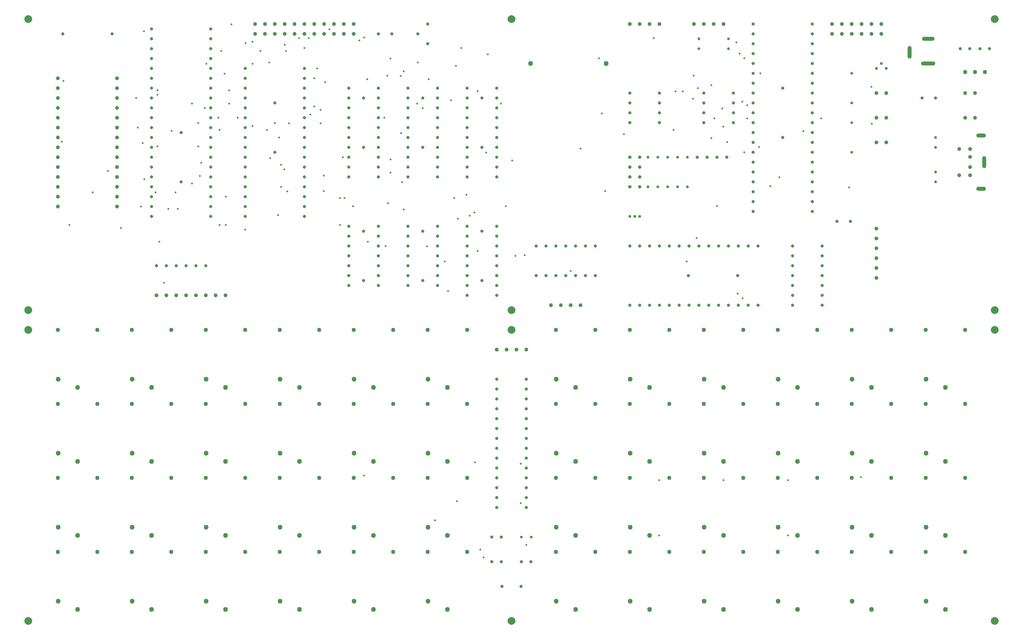
<source format=gbr>
%TF.GenerationSoftware,Novarm,DipTrace,4.3.0.4*%
%TF.CreationDate,2023-07-28T17:07:59+01:00*%
%FSLAX26Y26*%
%MOIN*%
%TF.FileFunction,Plated,1,2,PTH,Drill*%
%TF.Part,Single*%
%TA.AperFunction,ComponentDrill*%
%ADD15C,0.03937*%
%ADD30C,0.051181*%
%TA.AperFunction,ViaDrill*%
%ADD53C,0.019121*%
%TA.AperFunction,ComponentDrill*%
%ADD57C,0.027559*%
%ADD58C,0.05*%
%ADD59C,0.031496*%
%ADD60C,0.035433*%
%ADD61C,0.07874*%
%ADD62C,0.029528*%
%ADD63C,0.043307*%
%ADD64C,0.019685*%
G75*
G01*
D57*
X6977953Y4893701D3*
Y5193701D3*
D58*
X3243701Y1361024D3*
X3046850Y1443701D3*
D59*
X8243701Y4293701D3*
Y4193701D3*
Y4093701D3*
Y3993701D3*
Y3893701D3*
Y3793701D3*
Y3693701D3*
X8543701D3*
Y3793701D3*
Y3893701D3*
Y3993701D3*
Y4093701D3*
Y4193701D3*
Y4293701D3*
X3293701Y4593701D3*
Y4693701D3*
Y4793701D3*
Y4893701D3*
Y4993701D3*
Y5093701D3*
Y5193701D3*
Y5293701D3*
Y5393701D3*
Y5493701D3*
Y5593701D3*
Y5693701D3*
Y5793701D3*
Y5893701D3*
Y5993701D3*
Y6093701D3*
X2693701D3*
Y5993701D3*
Y5893701D3*
Y5793701D3*
Y5693701D3*
Y5593701D3*
Y5493701D3*
Y5393701D3*
Y5293701D3*
Y5193701D3*
Y5093701D3*
Y4993701D3*
Y4893701D3*
Y4793701D3*
Y4693701D3*
Y4593701D3*
D57*
X6877953Y5193701D3*
Y4893701D3*
D58*
X8293701Y611024D3*
X8096850Y693701D3*
D60*
X6693701Y4893701D3*
Y4993701D3*
Y5093701D3*
Y5193701D3*
X6593701D3*
Y5093701D3*
Y4993701D3*
Y4893701D3*
D59*
X4344094Y5893504D3*
Y5793504D3*
Y5693504D3*
Y5593504D3*
Y5493504D3*
Y5393504D3*
Y5293504D3*
Y5193504D3*
Y5093504D3*
Y4993504D3*
X4644094D3*
Y5093504D3*
Y5193504D3*
Y5293504D3*
Y5393504D3*
Y5493504D3*
Y5593504D3*
Y5693504D3*
Y5793504D3*
Y5893504D3*
X7843504Y6543504D3*
Y6443504D3*
Y6343504D3*
Y6243504D3*
Y6143504D3*
Y6043504D3*
Y5943504D3*
Y5843504D3*
Y5743504D3*
Y5643504D3*
Y5543504D3*
Y5443504D3*
Y5343504D3*
Y5243504D3*
Y5143504D3*
Y5043504D3*
Y4943504D3*
Y4843504D3*
Y4743504D3*
Y4643504D3*
X8443504D3*
Y4743504D3*
Y4843504D3*
Y4943504D3*
Y5043504D3*
Y5143504D3*
Y5243504D3*
Y5343504D3*
Y5443504D3*
Y5543504D3*
Y5643504D3*
Y5743504D3*
Y5843504D3*
Y5943504D3*
Y6043504D3*
Y6143504D3*
Y6243504D3*
Y6343504D3*
Y6443504D3*
Y6543504D3*
D58*
X3243701Y2111024D3*
X3046850Y2193701D3*
D59*
X5297244Y843307D3*
X5489370D3*
X9693701Y5793701D3*
X9555906D3*
D58*
X3993701Y2111024D3*
X3796850Y2193701D3*
X7543701Y2861024D3*
X7346850Y2943701D3*
X9043701Y1361024D3*
X8846850Y1443701D3*
D59*
X4043701Y6443701D3*
X4181496D3*
D58*
X7543701Y1361024D3*
X7346850Y1443701D3*
D61*
X493701Y3443701D3*
D58*
X4743701Y1361024D3*
X4546850Y1443701D3*
X3243701Y2861024D3*
X3046850Y2943701D3*
X7543701Y2111024D3*
X7346850Y2193701D3*
D61*
X5393701Y3643701D3*
D58*
X9793701Y2111024D3*
X9596850Y2193701D3*
D62*
X9093701Y6093701D3*
X9143701Y6143701D3*
X9193701Y6093701D3*
D59*
X7277953Y5193701D3*
X7376378D3*
D58*
X6043701Y1361024D3*
X5846850Y1443701D3*
D61*
X493701Y3643701D3*
D58*
X3993701Y1361024D3*
X3796850Y1443701D3*
D59*
X5193701Y1343307D3*
X5292126D3*
D58*
X3993701Y611024D3*
X3796850Y693701D3*
D15*
X7244094Y6543701D3*
X7344094D3*
X7444094D3*
X7544094D3*
D58*
X1743701Y2861024D3*
X1546850Y2943701D3*
D15*
X2793701Y6443701D3*
Y6543701D3*
X2893701Y6443701D3*
Y6543701D3*
X2993701Y6443701D3*
Y6543701D3*
X3093701Y6443701D3*
Y6543701D3*
X3193701Y6443701D3*
Y6543701D3*
X3293701Y6443701D3*
Y6543701D3*
X3393701Y6443701D3*
Y6543701D3*
X3493701Y6443701D3*
Y6543701D3*
X3593701Y6443701D3*
Y6543701D3*
X3693701Y6443701D3*
Y6543701D3*
X3793701Y6443701D3*
Y6543701D3*
X5243701Y3243307D3*
X5343701D3*
X5443701D3*
X5543701D3*
D58*
X8293701Y1361024D3*
X8096850Y1443701D3*
D59*
X6594094Y5843307D3*
Y5743307D3*
Y5643307D3*
Y5543307D3*
X6894094D3*
Y5643307D3*
Y5743307D3*
Y5843307D3*
D58*
X9043701Y2861024D3*
X8846850Y2943701D3*
D59*
X3893701Y4443701D3*
Y3943701D3*
D58*
X1743701Y611024D3*
X1546850Y693701D3*
D59*
X1743504Y6493701D3*
Y6393701D3*
Y6293701D3*
Y6193701D3*
Y6093701D3*
Y5993701D3*
Y5893701D3*
Y5793701D3*
Y5693701D3*
Y5593701D3*
Y5493701D3*
Y5393701D3*
Y5293701D3*
Y5193701D3*
Y5093701D3*
Y4993701D3*
Y4893701D3*
Y4793701D3*
Y4693701D3*
Y4593701D3*
X2343504D3*
Y4693701D3*
Y4793701D3*
Y4893701D3*
Y4993701D3*
Y5093701D3*
Y5193701D3*
Y5293701D3*
Y5393701D3*
Y5493701D3*
Y5593701D3*
Y5693701D3*
Y5793701D3*
Y5893701D3*
Y5993701D3*
Y6093701D3*
Y6193701D3*
Y6293701D3*
Y6393701D3*
Y6493701D3*
D58*
X6043701Y2861024D3*
X5846850Y2943701D3*
X6793701Y2861024D3*
X6596850Y2943701D3*
D59*
X8693701Y4543701D3*
X8831496D3*
D57*
X7593701Y6393701D3*
X7293701D3*
D59*
X7188976Y3993701D3*
X7688976D3*
X5243701Y2943307D3*
Y2843307D3*
Y2743307D3*
Y2643307D3*
Y2543307D3*
Y2443307D3*
Y2343307D3*
Y2243307D3*
Y2143307D3*
Y2043307D3*
Y1943307D3*
Y1843307D3*
Y1743307D3*
Y1643307D3*
X5543701D3*
Y1743307D3*
Y1843307D3*
Y1943307D3*
Y2043307D3*
Y2143307D3*
Y2243307D3*
Y2343307D3*
Y2443307D3*
Y2543307D3*
Y2643307D3*
Y2743307D3*
Y2843307D3*
Y2943307D3*
D57*
X7077953Y5193701D3*
Y4893701D3*
D59*
X7477953Y5193701D3*
X7576378D3*
D61*
X5393701Y3443701D3*
D58*
X4743701Y2861024D3*
X4546850Y2943701D3*
X9043701Y2111024D3*
X8846850Y2193701D3*
D59*
X3743701Y4493701D3*
Y4393701D3*
Y4293701D3*
Y4193701D3*
Y4093701D3*
Y3993701D3*
Y3893701D3*
X4043701D3*
Y3993701D3*
Y4093701D3*
Y4193701D3*
Y4293701D3*
Y4393701D3*
Y4493701D3*
D61*
X10293701Y6593701D3*
D57*
X8843701Y6043701D3*
Y5743701D3*
X9693701Y5393701D3*
Y5293701D3*
D15*
X1393701Y4694094D3*
Y4794094D3*
Y4894094D3*
Y4994094D3*
Y5094094D3*
Y5194094D3*
Y5294094D3*
Y5394094D3*
Y5494094D3*
Y5594094D3*
Y5694094D3*
Y5794094D3*
Y5894094D3*
Y5994094D3*
X793701D3*
Y5894094D3*
Y5794094D3*
Y5694094D3*
Y5594094D3*
Y5494094D3*
Y5394094D3*
Y5294094D3*
Y5194094D3*
Y5094094D3*
Y4994094D3*
Y4894094D3*
Y4794094D3*
Y4694094D3*
D58*
X1743701Y2111024D3*
X1546850Y2193701D3*
X1743701Y1361024D3*
X1546850Y1443701D3*
D59*
X5643701Y3993701D3*
X5743701D3*
X5843701D3*
X5943701D3*
X6043701D3*
X6143701D3*
X6243701D3*
Y4293701D3*
X6143701D3*
X6043701D3*
X5943701D3*
X5843701D3*
X5743701D3*
X5643701D3*
D58*
X9043701Y611024D3*
X8846850Y693701D3*
D15*
X9093701Y5343701D3*
X9193701D3*
D59*
X3743701Y5893701D3*
Y5793701D3*
Y5693701D3*
Y5593701D3*
Y5493701D3*
Y5393701D3*
Y5293701D3*
Y5193701D3*
Y5093701D3*
Y4993701D3*
X4043701D3*
Y5093701D3*
Y5193701D3*
Y5293701D3*
Y5393701D3*
Y5493701D3*
Y5593701D3*
Y5693701D3*
Y5793701D3*
Y5893701D3*
D58*
X2493701Y2861024D3*
X2296850Y2943701D3*
D61*
X493701Y493701D3*
D15*
X10043701Y5195276D3*
Y5092913D3*
Y5277953D3*
Y5010236D3*
X9933465Y5277953D3*
Y5010236D3*
X10185433Y4874409D2*
X10126378D1*
X10187402Y5183465D2*
Y5104724D1*
X10185433Y5413780D2*
X10126378D1*
D58*
X3243701Y611024D3*
X3046850Y693701D3*
D57*
X8843701Y5543701D3*
Y5243701D3*
X6777953Y5193701D3*
Y4893701D3*
D59*
X2043504Y5442913D3*
Y4942913D3*
D58*
X4743701Y611024D3*
X4546850Y693701D3*
X2493701Y1361024D3*
X2296850Y1443701D3*
D15*
X8643701Y6443504D3*
Y6543504D3*
X8743701Y6443504D3*
Y6543504D3*
X8843701Y6443504D3*
Y6543504D3*
X8943701Y6443504D3*
Y6543504D3*
X9043701Y6443504D3*
Y6543504D3*
X9143701Y6443504D3*
Y6543504D3*
D61*
X493701Y6593701D3*
D15*
X9093701Y4468701D3*
Y4368701D3*
Y4268701D3*
Y4168701D3*
Y4068701D3*
Y3968701D3*
D58*
X8293701Y2861024D3*
X8096850Y2943701D3*
X9793701Y611024D3*
X9596850Y693701D3*
D59*
X9943701Y6293701D3*
X10042126D3*
D58*
X993701Y1361024D3*
X796850Y1443701D3*
X9568110Y6143701D2*
D15*
X9670472D1*
X9575984Y6391732D2*
X9662598D1*
X9430315Y6301181D2*
Y6214567D1*
D58*
X4743701Y2111024D3*
X4546850Y2193701D3*
D59*
X4493701Y4443701D3*
Y3943701D3*
D63*
X9993701Y6056496D3*
X10093701D3*
X10193701D3*
D59*
X5093701Y4443701D3*
Y3943701D3*
D58*
X6793701Y1361024D3*
X6596850Y1443701D3*
D59*
X4343307Y4493504D3*
Y4393504D3*
Y4293504D3*
Y4193504D3*
Y4093504D3*
Y3993504D3*
Y3893504D3*
X4643307D3*
Y3993504D3*
Y4093504D3*
Y4193504D3*
Y4293504D3*
Y4393504D3*
Y4493504D3*
X5493701Y1093307D3*
X5592126D3*
D58*
X6793701Y611024D3*
X6596850Y693701D3*
D62*
X6693701Y4593701D3*
X6643701D3*
X6593701D3*
D57*
X9693701Y5043701D3*
Y4943701D3*
D59*
X3893701Y5793701D3*
Y5293701D3*
D15*
X9093701Y5593701D3*
X9193701D3*
D61*
X5393701Y493701D3*
D58*
X6043701Y611024D3*
X5846850Y693701D3*
D30*
X6354331Y6143701D3*
X5586614D3*
D61*
X10293701Y3643701D3*
D57*
X7177953Y5193701D3*
Y4893701D3*
D59*
X4944094Y5893504D3*
Y5793504D3*
Y5693504D3*
Y5593504D3*
Y5493504D3*
Y5393504D3*
Y5293504D3*
Y5193504D3*
Y5093504D3*
Y4993504D3*
X5244094D3*
Y5093504D3*
Y5193504D3*
Y5293504D3*
Y5393504D3*
Y5493504D3*
Y5593504D3*
Y5693504D3*
Y5793504D3*
Y5893504D3*
D58*
X993701Y2861024D3*
X796850Y2943701D3*
D15*
X1793110Y3793701D3*
X1893110D3*
X1993110D3*
X2093110D3*
X2193110D3*
X2293110D3*
X2393110D3*
X2493110D3*
D58*
X8293701Y2111024D3*
X8096850Y2193701D3*
D15*
X9993701Y5843701D3*
X10093701D3*
D58*
X7543701Y611024D3*
X7346850Y693701D3*
D59*
X7344094Y5843307D3*
Y5743307D3*
Y5643307D3*
Y5543307D3*
X7644094D3*
Y5643307D3*
Y5743307D3*
Y5843307D3*
D58*
X6043701Y2111024D3*
X5846850Y2193701D3*
D59*
X8143701Y5394488D3*
Y5894488D3*
X4943307Y4493504D3*
Y4393504D3*
Y4293504D3*
Y4193504D3*
Y4093504D3*
Y3993504D3*
Y3893504D3*
Y3793504D3*
X5243307D3*
Y3893504D3*
Y3993504D3*
Y4093504D3*
Y4193504D3*
Y4293504D3*
Y4393504D3*
Y4493504D3*
D15*
X6593701Y6543701D3*
X6693701D3*
X6793701D3*
X6893701D3*
D58*
X3993701Y2861024D3*
X3796850Y2943701D3*
D59*
X5093701Y5793701D3*
Y5293701D3*
D15*
X9993701Y5593701D3*
X10093701D3*
D59*
X844488Y6444094D3*
X1344488D3*
D58*
X2493701Y2111024D3*
X2296850Y2193701D3*
X2493701Y611024D3*
X2296850Y693701D3*
D57*
X5493701Y1343307D3*
X5593701D3*
D59*
X4543701Y6343701D3*
X4443701Y6443701D3*
X4543701Y6543701D3*
D15*
X5793701Y3693701D3*
X5893701D3*
X5993701D3*
X6093701D3*
D58*
X9793701Y1361024D3*
X9596850Y1443701D3*
D61*
X10293701Y493701D3*
D57*
X7593701Y6293701D3*
X7293701D3*
D64*
X7055906Y5861024D3*
X7130709D3*
D59*
X7893701Y4293701D3*
X7793701D3*
X7693701D3*
X7593701D3*
X7493701D3*
X7393701D3*
X7293701D3*
X7193701D3*
X7093701D3*
X6993701D3*
X6893701D3*
X6793701D3*
X6693701D3*
X6593701D3*
Y3693701D3*
X6693701D3*
X6793701D3*
X6893701D3*
X6993701D3*
X7093701D3*
X7193701D3*
X7293701D3*
X7393701D3*
X7493701D3*
X7593701D3*
X7693701D3*
X7793701D3*
X7893701D3*
X1793701Y4093701D3*
X1893701D3*
X1993701D3*
X2093701D3*
X2193701D3*
X2293701D3*
X5193701Y1093307D3*
X5292126D3*
X10143701Y6293701D3*
X10242126D3*
D58*
X9793701Y2861024D3*
X9596850Y2943701D3*
D59*
X4493701Y5793701D3*
Y5293701D3*
D58*
X993701Y2111024D3*
X796850Y2193701D3*
D61*
X10293701Y3443701D3*
D58*
X993701Y611024D3*
X796850Y693701D3*
D59*
X2993504Y5243701D3*
Y5743701D3*
D61*
X5393701Y6593701D3*
D15*
X9093701Y5843701D3*
X9193701D3*
D58*
X6793701Y2111024D3*
X6596850Y2193701D3*
D63*
X9243701Y1193307D3*
X8843701D3*
X6243701Y2693307D3*
X5843701D3*
X1193701Y1943307D3*
X793701D3*
X4943701D3*
X4543701D3*
X6993701Y2693307D3*
X6593701D3*
X7743701Y1943307D3*
X7343701D3*
X2693701Y3443307D3*
X2293701D3*
X8493701Y2693307D3*
X8093701D3*
X6243701Y3443307D3*
X5843701D3*
X7743701Y2693307D3*
X7343701D3*
X4943701D3*
X4543701D3*
X7743701Y3443307D3*
X7343701D3*
X4943701D3*
X4543701D3*
X8493701Y1943307D3*
X8093701D3*
X8493701Y1193307D3*
X8093701D3*
X3443701Y2693307D3*
X3043701D3*
X4193701Y1193307D3*
X3793701D3*
X2693701Y2693307D3*
X2293701D3*
X6243701Y1193307D3*
X5843701D3*
X1943701Y1943307D3*
X1543701D3*
X1193701Y1193307D3*
X793701D3*
X3443701Y1943307D3*
X3043701D3*
X8493701Y3443307D3*
X8093701D3*
X9993701Y1943307D3*
X9593701D3*
X4193701D3*
X3793701D3*
X4193701Y2693307D3*
X3793701D3*
X9993701Y3443307D3*
X9593701D3*
X1193701Y2693307D3*
X793701D3*
X7743701Y1193307D3*
X7343701D3*
X1943701Y2693307D3*
X1543701D3*
X6993701Y1193307D3*
X6593701D3*
X2693701Y1943307D3*
X2293701D3*
X3443701Y1193307D3*
X3043701D3*
X4943701D3*
X4543701D3*
X1193701Y3443307D3*
X793701D3*
X3443701D3*
X3043701D3*
X1943701Y1193307D3*
X1543701D3*
X6993701Y3443307D3*
X6593701D3*
X6993701Y1943307D3*
X6593701D3*
X9243701Y3443307D3*
X8843701D3*
X1943701D3*
X1543701D3*
X6243701Y1943307D3*
X5843701D3*
X9993701Y1193307D3*
X9593701D3*
X9993701Y2693307D3*
X9593701D3*
X9243701D3*
X8843701D3*
X9243701Y1943307D3*
X8843701D3*
X4193701Y3443307D3*
X3793701D3*
X2693701Y1193307D3*
X2293701D3*
D53*
X7477953Y4701256D3*
X5049921Y4243039D3*
X2693705Y4459449D3*
X2993508Y5541260D3*
X2216886D3*
X1870193Y3920244D3*
X4493701Y5688937D3*
X7284720Y5892520D3*
X1666413Y6468819D3*
X6838980Y6400394D3*
X2434370Y5468819D3*
X2216890Y5304567D3*
X1802874D3*
X1636886Y4693701D3*
X2914937Y5468819D3*
X3089921Y5068819D3*
X5018110Y4632445D3*
X1652394Y5337008D3*
X833457Y5350394D3*
X4850843Y4568823D3*
X2497992Y4793701D3*
X4813858Y4780000D3*
X3700945D3*
X2434370Y4507008D3*
X911980D3*
X3653071Y4780000D3*
Y4507008D3*
X2497992D3*
X3457319Y5673071D3*
Y5537008D3*
X1802874Y5826496D3*
X6343071Y4850394D3*
X6279449Y6196850D3*
X7752634D3*
X3489130Y5005197D3*
Y4850394D3*
X1603114Y5494094D3*
X7705839Y6244724D3*
X3105988Y6268819D3*
X1433858Y4475197D3*
X2946748Y5184642D3*
X7918622Y6043500D3*
X3425508Y6093697D3*
X2233780Y5001969D3*
X2154724Y4926496D3*
X3121732Y4846488D3*
X4938425Y4811811D3*
X1986854Y4837008D3*
X1785488D3*
X3058110Y4894362D3*
X4970236Y4600634D3*
X1145906Y4837008D3*
X5432362Y4193504D3*
X5528791Y4199724D3*
X4103075Y5593500D3*
X4841043Y1706402D3*
X5543705Y1264177D3*
X6891043Y1920000D3*
Y1361024D3*
X4618819Y1512028D3*
X5486146Y1686614D3*
X7543701Y1920000D3*
X5486146Y2086614D3*
X8196354Y1920000D3*
Y1361024D3*
X8938484Y1950555D3*
X3896669Y1966622D3*
X5023264Y2100000D3*
X2531457Y5737008D3*
Y5868819D3*
X6311260Y5636811D3*
X6532673Y5427559D3*
X7037008Y5471063D3*
X3338976Y6400327D3*
X4552756Y5984567D3*
X3930319D3*
X1587051Y5794094D3*
X1804843Y5874370D3*
X2284130Y5693701D3*
X4750236Y3837126D3*
X3393697Y5993701D3*
X3138976Y5537008D3*
X2768823Y5509449D3*
X2618583Y5593701D3*
X2420276D3*
X3393697Y5705197D3*
X7734961Y5755000D3*
X7233071Y5786614D3*
X4718425Y4136811D3*
X7170394Y4136102D3*
X3353075Y5625512D3*
X3684331Y5193701D3*
X2695748Y6348500D3*
X2483898Y6038976D3*
X3240945Y6398736D3*
X7241575Y6019764D3*
X3899102Y6406657D3*
X2153264Y5737008D3*
X2768823Y6364252D3*
X2300197Y6138976D3*
X4301102Y6061886D3*
X2768823Y6138972D3*
X3851228Y6374846D3*
X3548425Y6488976D3*
X7419685Y5924331D3*
X4269291Y6016378D3*
X7419685Y5386811D3*
X2554965Y6538976D3*
X1947248Y5460906D3*
X8352634Y5455000D3*
X7782835Y5586811D3*
Y5718622D3*
X7542039Y5502874D3*
X7580945Y5347874D3*
X2846724Y6268819D3*
X2452087D3*
X4272677Y5436811D3*
X3937008Y4337012D3*
X1825512D3*
X7902559Y5296063D3*
X1669016Y4968819D3*
X4285035Y4941260D3*
X7270787Y4374146D3*
X3293701Y6300630D3*
X7688976Y3809508D3*
X4133622Y6018311D3*
X7530228Y5686614D3*
X7451496Y5586614D3*
X4782047Y5768622D3*
X5286079Y5736811D3*
X4885035Y6300630D3*
X3093701Y6332441D3*
X8534370Y5586811D3*
X9048421Y5532358D3*
X2010709Y4668819D3*
X1915437D3*
X7674028Y6355000D3*
X9043701Y5905039D3*
X4443701Y6152756D3*
X2938976D3*
X4140043Y4727878D3*
X8816063Y4886811D3*
X4300000Y4664256D3*
X5109370Y1136618D3*
X4168035Y6193697D3*
Y5170787D3*
Y5037008D3*
X7737008Y3761638D3*
X5993701Y4038980D3*
X4118823Y4293701D3*
X6093705Y5280315D3*
X7753886Y5243504D3*
X5152756Y6237008D3*
X849921Y5966063D3*
X5077559Y1216307D3*
X4829606Y6118622D3*
X8110906Y4988780D3*
X5135685Y5238780D3*
X2247181Y5137008D3*
X1300441Y5053937D3*
X3505193Y5952756D3*
X5050390Y5861689D3*
X3026299Y4605197D3*
X3058110Y5116693D3*
X3038976Y5393701D3*
X4537008Y4290909D3*
X4438898Y5736811D3*
X3787012Y4696067D3*
X5336142D3*
X5400551Y5159094D3*
X8016280Y4898228D3*
M02*

</source>
